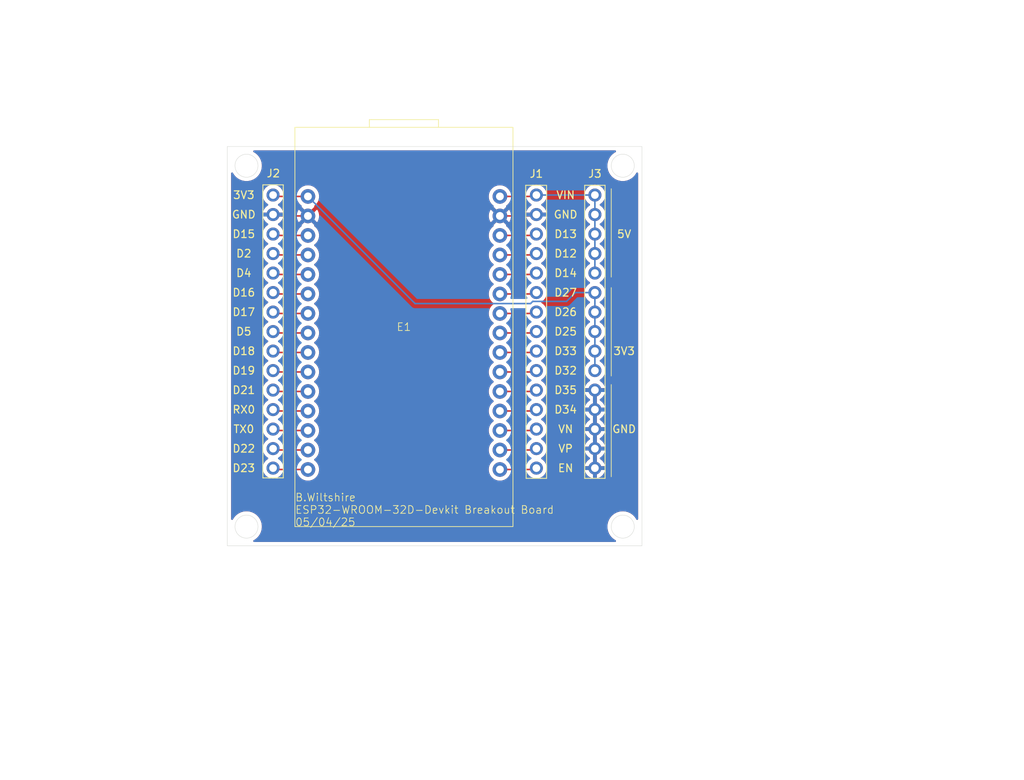
<source format=kicad_pcb>
(kicad_pcb (version 20241229) (generator "pcbnew") (generator_version "9.0")
  (layers (0 "F.Cu" signal) (2 "B.Cu" signal) (13 "F.Paste" user) (15 "B.Paste" user) (5 "F.SilkS" user "F.Silkscreen") (7 "B.SilkS" user "B.Silkscreen") (1 "F.Mask" user) (3 "B.Mask" user) (25 "Edge.Cuts" user))
  (net 0 "")
  (net 1 "Net-(E1-VN)")
  (net 2 "Net-(E1-D22)")
  (net 3 "Net-(E1-D4)")
  (net 4 "Net-(E1-D13)")
  (net 5 "Net-(E1-D14)")
  (net 6 "Net-(E1-D5)")
  (net 7 "Net-(E1-D26)")
  (net 8 "Net-(E1-D18)")
  (net 9 "Net-(E1-TX0)")
  (net 10 "Net-(E1-D35)")
  (net 11 "Net-(E1-RX0)")
  (net 12 "Net-(E1-D17)")
  (net 13 "Net-(E1-D34)")
  (net 14 "Net-(E1-D15)")
  (net 15 "Net-(E1-D21)")
  (net 16 "Net-(E1-D16)")
  (net 17 "Net-(E1-D27)")
  (net 18 "Net-(E1-D32)")
  (net 19 "Net-(E1-D2)")
  (net 20 "Net-(E1-D33)")
  (net 21 "Net-(E1-EN)")
  (net 22 "Net-(E1-D23)")
  (net 23 "Net-(E1-VP)")
  (net 24 "Net-(E1-D12)")
  (net 25 "Net-(E1-D25)")
  (net 26 "Net-(E1-D19)")
  (net 27 "+5V")
  (net 28 "GND")
  (net 29 "+3V3")
  (footprint "Connector_PinSocket_2.54mm:PinSocket_1x15_P2.54mm_Vertical" (layer "F.Cu") (at 166.75 77.82)
    (property "Reference" "J1" (at 0 -2.77 0) (layer "F.SilkS"))
    (property "Value" "Conn_01x15_Socket")
    (fp_line (start -1.39 -1.27) (end -1.33 36.89) (stroke (width 0.12)) (layer "F.SilkS"))
    (fp_line (start -1.39 -1.27) (end 1.27 -1.27) (stroke (width 0.12)) (layer "F.SilkS"))
    (fp_line (start -1.33 36.89) (end 1.33 36.89) (stroke (width 0.12)) (layer "F.SilkS"))
    (fp_line (start 1.33 -1.27) (end 1.33 36.89) (stroke (width 0.12)) (layer "F.SilkS"))
    (pad "1" thru_hole circle (at 0 0) (size 1.7 1.7) (drill 1) (layers "*.Cu" "*.Mask") (net 27 "+5V"))
    (pad "2" thru_hole oval (at 0 2.54) (size 1.7 1.7) (drill 1) (layers "*.Cu" "*.Mask") (net 28 "GND"))
    (pad "3" thru_hole oval (at 0 5.08) (size 1.7 1.7) (drill 1) (layers "*.Cu" "*.Mask") (net 4 "Net-(E1-D13)"))
    (pad "4" thru_hole oval (at 0 7.62) (size 1.7 1.7) (drill 1) (layers "*.Cu" "*.Mask") (net 24 "Net-(E1-D12)"))
    (pad "5" thru_hole oval (at 0 10.16) (size 1.7 1.7) (drill 1) (layers "*.Cu" "*.Mask") (net 5 "Net-(E1-D14)"))
    (pad "6" thru_hole oval (at 0 12.7) (size 1.7 1.7) (drill 1) (layers "*.Cu" "*.Mask") (net 17 "Net-(E1-D27)"))
    (pad "7" thru_hole oval (at 0 15.24) (size 1.7 1.7) (drill 1) (layers "*.Cu" "*.Mask") (net 7 "Net-(E1-D26)"))
    (pad "8" thru_hole oval (at 0 17.78) (size 1.7 1.7) (drill 1) (layers "*.Cu" "*.Mask") (net 25 "Net-(E1-D25)"))
    (pad "9" thru_hole oval (at 0 20.32) (size 1.7 1.7) (drill 1) (layers "*.Cu" "*.Mask") (net 20 "Net-(E1-D33)"))
    (pad "10" thru_hole oval (at 0 22.86) (size 1.7 1.7) (drill 1) (layers "*.Cu" "*.Mask") (net 18 "Net-(E1-D32)"))
    (pad "11" thru_hole oval (at 0 25.4) (size 1.7 1.7) (drill 1) (layers "*.Cu" "*.Mask") (net 10 "Net-(E1-D35)"))
    (pad "12" thru_hole oval (at 0 27.94) (size 1.7 1.7) (drill 1) (layers "*.Cu" "*.Mask") (net 13 "Net-(E1-D34)"))
    (pad "13" thru_hole oval (at 0 30.48) (size 1.7 1.7) (drill 1) (layers "*.Cu" "*.Mask") (net 1 "Net-(E1-VN)"))
    (pad "14" thru_hole oval (at 0 33.02) (size 1.7 1.7) (drill 1) (layers "*.Cu" "*.Mask") (net 23 "Net-(E1-VP)"))
    (pad "15" thru_hole oval (at 0 35.56) (size 1.7 1.7) (drill 1) (layers "*.Cu" "*.Mask") (net 21 "Net-(E1-EN)"))
  )
  (footprint "ESP32-WROOM-32D-Devkit:ESP32-WROOM-32D-Devkit" (layer "F.Cu") (at 135 121)
    (property "Reference" "E1" (at 14.5 -26 0) (layer "F.SilkS") (effects (font (thickness 0.1))))
    (property "Value" "~")
    (fp_line (start 10 -53) (end 10 -52) (stroke (width 0.1)) (layer "F.SilkS"))
    (fp_line (start 19 -53) (end 10 -53) (stroke (width 0.1)) (layer "F.SilkS"))
    (fp_line (start 19 -52) (end 19 -53) (stroke (width 0.1)) (layer "F.SilkS"))
    (fp_rect (start 0.3 -52) (end 28.7 0) (stroke (width 0.1)) (fill no) (layer "F.SilkS"))
    (pad "0" thru_hole circle (at 2 -43) (size 1.905 1.905) (drill 1.02) (layers "*.Cu" "*.Mask") (net 29 "+3V3"))
    (pad "1" thru_hole circle (at 2 -40.46) (size 1.905 1.905) (drill 1.02) (layers "*.Cu" "*.Mask") (net 28 "GND"))
    (pad "2" thru_hole circle (at 2 -37.92) (size 1.905 1.905) (drill 1.02) (layers "*.Cu" "*.Mask") (net 14 "Net-(E1-D15)"))
    (pad "3" thru_hole circle (at 2 -35.38) (size 1.905 1.905) (drill 1.02) (layers "*.Cu" "*.Mask") (net 19 "Net-(E1-D2)"))
    (pad "4" thru_hole circle (at 2 -32.84) (size 1.905 1.905) (drill 1.02) (layers "*.Cu" "*.Mask") (net 3 "Net-(E1-D4)"))
    (pad "5" thru_hole circle (at 2 -30.3) (size 1.905 1.905) (drill 1.02) (layers "*.Cu" "*.Mask") (net 16 "Net-(E1-D16)"))
    (pad "6" thru_hole circle (at 2 -27.76) (size 1.905 1.905) (drill 1.02) (layers "*.Cu" "*.Mask") (net 12 "Net-(E1-D17)"))
    (pad "7" thru_hole circle (at 2 -25.22) (size 1.905 1.905) (drill 1.02) (layers "*.Cu" "*.Mask") (net 6 "Net-(E1-D5)"))
    (pad "8" thru_hole circle (at 2 -22.68) (size 1.905 1.905) (drill 1.02) (layers "*.Cu" "*.Mask") (net 8 "Net-(E1-D18)"))
    (pad "9" thru_hole circle (at 2 -20.14) (size 1.905 1.905) (drill 1.02) (layers "*.Cu" "*.Mask") (net 26 "Net-(E1-D19)"))
    (pad "10" thru_hole circle (at 2 -17.6) (size 1.905 1.905) (drill 1.02) (layers "*.Cu" "*.Mask") (net 15 "Net-(E1-D21)"))
    (pad "11" thru_hole circle (at 2 -15.06) (size 1.905 1.905) (drill 1.02) (layers "*.Cu" "*.Mask") (net 11 "Net-(E1-RX0)"))
    (pad "12" thru_hole circle (at 2 -12.52) (size 1.905 1.905) (drill 1.02) (layers "*.Cu" "*.Mask") (net 9 "Net-(E1-TX0)"))
    (pad "13" thru_hole circle (at 2 -9.98) (size 1.905 1.905) (drill 1.02) (layers "*.Cu" "*.Mask") (net 2 "Net-(E1-D22)"))
    (pad "14" thru_hole circle (at 2 -7.44) (size 1.905 1.905) (drill 1.02) (layers "*.Cu" "*.Mask") (net 22 "Net-(E1-D23)"))
    (pad "15" thru_hole circle (at 27 -43) (size 1.905 1.905) (drill 1.02) (layers "*.Cu" "*.Mask") (net 27 "+5V"))
    (pad "16" thru_hole circle (at 27 -40.46) (size 1.905 1.905) (drill 1.02) (layers "*.Cu" "*.Mask") (net 28 "GND"))
    (pad "17" thru_hole circle (at 27 -37.92) (size 1.905 1.905) (drill 1.02) (layers "*.Cu" "*.Mask") (net 4 "Net-(E1-D13)"))
    (pad "18" thru_hole circle (at 27 -35.38) (size 1.905 1.905) (drill 1.02) (layers "*.Cu" "*.Mask") (net 24 "Net-(E1-D12)"))
    (pad "19" thru_hole circle (at 27 -32.84) (size 1.905 1.905) (drill 1.02) (layers "*.Cu" "*.Mask") (net 5 "Net-(E1-D14)"))
    (pad "20" thru_hole circle (at 27 -30.3) (size 1.905 1.905) (drill 1.02) (layers "*.Cu" "*.Mask") (net 17 "Net-(E1-D27)"))
    (pad "21" thru_hole circle (at 27 -27.76) (size 1.905 1.905) (drill 1.02) (layers "*.Cu" "*.Mask") (net 7 "Net-(E1-D26)"))
    (pad "22" thru_hole circle (at 27 -25.22) (size 1.905 1.905) (drill 1.02) (layers "*.Cu" "*.Mask") (net 25 "Net-(E1-D25)"))
    (pad "23" thru_hole circle (at 27 -22.68) (size 1.905 1.905) (drill 1.02) (layers "*.Cu" "*.Mask") (net 20 "Net-(E1-D33)"))
    (pad "24" thru_hole circle (at 27 -20.14) (size 1.905 1.905) (drill 1.02) (layers "*.Cu" "*.Mask") (net 18 "Net-(E1-D32)"))
    (pad "25" thru_hole circle (at 27 -17.6) (size 1.905 1.905) (drill 1.02) (layers "*.Cu" "*.Mask") (net 10 "Net-(E1-D35)"))
    (pad "26" thru_hole circle (at 27 -15.06) (size 1.905 1.905) (drill 1.02) (layers "*.Cu" "*.Mask") (net 13 "Net-(E1-D34)"))
    (pad "27" thru_hole circle (at 27 -12.52) (size 1.905 1.905) (drill 1.02) (layers "*.Cu" "*.Mask") (net 1 "Net-(E1-VN)"))
    (pad "28" thru_hole circle (at 27 -9.98) (size 1.905 1.905) (drill 1.02) (layers "*.Cu" "*.Mask") (net 23 "Net-(E1-VP)"))
    (pad "29" thru_hole circle (at 27 -7.44) (size 1.905 1.905) (drill 1.02) (layers "*.Cu" "*.Mask") (net 21 "Net-(E1-EN)"))
  )
  (footprint "Connector_PinSocket_2.54mm:PinSocket_1x15_P2.54mm_Vertical" (layer "F.Cu") (at 174.37 77.82)
    (property "Reference" "J3" (at 0 -2.77 0) (layer "F.SilkS"))
    (property "Value" "Conn_01x15_Socket")
    (fp_line (start -1.33 -1.27) (end -1.33 36.89) (stroke (width 0.12)) (layer "F.SilkS"))
    (fp_line (start -1.33 -1.27) (end 1.33 -1.27) (stroke (width 0.12)) (layer "F.SilkS"))
    (fp_line (start -1.33 36.89) (end 1.33 36.89) (stroke (width 0.12)) (layer "F.SilkS"))
    (fp_line (start 1.33 -1.27) (end 1.33 36.89) (stroke (width 0.12)) (layer "F.SilkS"))
    (pad "1" thru_hole circle (at 0 0) (size 1.7 1.7) (drill 1) (layers "*.Cu" "*.Mask") (net 27 "+5V"))
    (pad "2" thru_hole oval (at 0 2.54) (size 1.7 1.7) (drill 1) (layers "*.Cu" "*.Mask") (net 27 "+5V"))
    (pad "3" thru_hole oval (at 0 5.08) (size 1.7 1.7) (drill 1) (layers "*.Cu" "*.Mask") (net 27 "+5V"))
    (pad "4" thru_hole oval (at 0 7.62) (size 1.7 1.7) (drill 1) (layers "*.Cu" "*.Mask") (net 27 "+5V"))
    (pad "5" thru_hole oval (at 0 10.16) (size 1.7 1.7) (drill 1) (layers "*.Cu" "*.Mask") (net 27 "+5V"))
    (pad "6" thru_hole oval (at 0 12.7) (size 1.7 1.7) (drill 1) (layers "*.Cu" "*.Mask") (net 29 "+3V3"))
    (pad "7" thru_hole oval (at 0 15.24) (size 1.7 1.7) (drill 1) (layers "*.Cu" "*.Mask") (net 29 "+3V3"))
    (pad "8" thru_hole oval (at 0 17.78) (size 1.7 1.7) (drill 1) (layers "*.Cu" "*.Mask") (net 29 "+3V3"))
    (pad "9" thru_hole oval (at 0 20.32) (size 1.7 1.7) (drill 1) (layers "*.Cu" "*.Mask") (net 29 "+3V3"))
    (pad "10" thru_hole oval (at 0 22.86) (size 1.7 1.7) (drill 1) (layers "*.Cu" "*.Mask") (net 29 "+3V3"))
    (pad "11" thru_hole oval (at 0 25.4) (size 1.7 1.7) (drill 1) (layers "*.Cu" "*.Mask") (net 28 "GND"))
    (pad "12" thru_hole oval (at 0 27.94) (size 1.7 1.7) (drill 1) (layers "*.Cu" "*.Mask") (net 28 "GND"))
    (pad "13" thru_hole oval (at 0 30.48) (size 1.7 1.7) (drill 1) (layers "*.Cu" "*.Mask") (net 28 "GND"))
    (pad "14" thru_hole oval (at 0 33.02) (size 1.7 1.7) (drill 1) (layers "*.Cu" "*.Mask") (net 28 "GND"))
    (pad "15" thru_hole oval (at 0 35.56) (size 1.7 1.7) (drill 1) (layers "*.Cu" "*.Mask") (net 28 "GND"))
  )
  (footprint "Connector_PinSocket_2.54mm:PinSocket_1x15_P2.54mm_Vertical" (layer "F.Cu") (at 132.46 113.38 180)
    (property "Reference" "J2" (at -0.04 38.38 0) (layer "F.SilkS"))
    (property "Value" "Conn_01x15_Socket")
    (fp_line (start 1.33 -1.27) (end 1.33 36.89) (stroke (width 0.12)) (layer "F.SilkS"))
    (fp_line (start -1.33 36.89) (end 1.33 36.89) (stroke (width 0.12)) (layer "F.SilkS"))
    (fp_line (start -1.33 -1.27) (end 1.33 -1.27) (stroke (width 0.12)) (layer "F.SilkS"))
    (fp_line (start -1.33 -1.27) (end -1.33 36.89) (stroke (width 0.12)) (layer "F.SilkS"))
    (pad "1" thru_hole circle (at 0 0 180) (size 1.7 1.7) (drill 1) (layers "*.Cu" "*.Mask") (net 22 "Net-(E1-D23)"))
    (pad "2" thru_hole oval (at 0 2.54 180) (size 1.7 1.7) (drill 1) (layers "*.Cu" "*.Mask") (net 2 "Net-(E1-D22)"))
    (pad "3" thru_hole oval (at 0 5.08 180) (size 1.7 1.7) (drill 1) (layers "*.Cu" "*.Mask") (net 9 "Net-(E1-TX0)"))
    (pad "4" thru_hole oval (at 0 7.62 180) (size 1.7 1.7) (drill 1) (layers "*.Cu" "*.Mask") (net 11 "Net-(E1-RX0)"))
    (pad "5" thru_hole oval (at 0 10.16 180) (size 1.7 1.7) (drill 1) (layers "*.Cu" "*.Mask") (net 15 "Net-(E1-D21)"))
    (pad "6" thru_hole oval (at 0 12.7 180) (size 1.7 1.7) (drill 1) (layers "*.Cu" "*.Mask") (net 26 "Net-(E1-D19)"))
    (pad "7" thru_hole oval (at 0 15.24 180) (size 1.7 1.7) (drill 1) (layers "*.Cu" "*.Mask") (net 8 "Net-(E1-D18)"))
    (pad "8" thru_hole oval (at 0 17.78 180) (size 1.7 1.7) (drill 1) (layers "*.Cu" "*.Mask") (net 6 "Net-(E1-D5)"))
    (pad "9" thru_hole oval (at 0 20.32 180) (size 1.7 1.7) (drill 1) (layers "*.Cu" "*.Mask") (net 12 "Net-(E1-D17)"))
    (pad "10" thru_hole oval (at 0 22.86 180) (size 1.7 1.7) (drill 1) (layers "*.Cu" "*.Mask") (net 16 "Net-(E1-D16)"))
    (pad "11" thru_hole oval (at 0 25.4 180) (size 1.7 1.7) (drill 1) (layers "*.Cu" "*.Mask") (net 3 "Net-(E1-D4)"))
    (pad "12" thru_hole oval (at 0 27.94 180) (size 1.7 1.7) (drill 1) (layers "*.Cu" "*.Mask") (net 19 "Net-(E1-D2)"))
    (pad "13" thru_hole oval (at 0 30.48 180) (size 1.7 1.7) (drill 1) (layers "*.Cu" "*.Mask") (net 14 "Net-(E1-D15)"))
    (pad "14" thru_hole oval (at 0 33.02 180) (size 1.7 1.7) (drill 1) (layers "*.Cu" "*.Mask") (net 28 "GND"))
    (pad "15" thru_hole oval (at 0 35.56 180) (size 1.7 1.7) (drill 1) (layers "*.Cu" "*.Mask") (net 29 "+3V3"))
  )
  (gr_line (start 176.5 89.88) (end 176.5 101.38) (stroke (width 0.1)) (layer "F.SilkS"))
  (gr_line (start 176.5 102.5) (end 176.5 114.5) (stroke (width 0.1)) (layer "F.SilkS"))
  (gr_line (start 176.5 77) (end 176.5 88.5) (stroke (width 0.1)) (layer "F.SilkS"))
  (gr_circle (center 178 74) (end 179.5 74) (stroke (width 0.05)) (fill no) (layer "Edge.Cuts"))
  (gr_circle (center 129 74) (end 130.5 74) (stroke (width 0.05)) (fill no) (layer "Edge.Cuts"))
  (gr_circle (center 178 121) (end 179.5 121) (stroke (width 0.05)) (fill no) (layer "Edge.Cuts"))
  (gr_rect (start 126.5 71.5) (end 180.5 123.5) (stroke (width 0.05)) (fill no) (layer "Edge.Cuts"))
  (gr_circle (center 129 121) (end 130.5 121) (stroke (width 0.05)) (fill no) (layer "Edge.Cuts"))
  (gr_text "VP" (at 170.56 110.84 0) (layer "F.SilkS") (effects (font (size 1 1))))
  (gr_text "D19" (at 128.65 100.68 0) (layer "F.SilkS") (effects (font (size 1 1))))
  (gr_text "D18" (at 128.65 98.14 0) (layer "F.SilkS") (effects (font (size 1 1))))
  (gr_text "RX0" (at 128.65 105.76 0) (layer "F.SilkS") (effects (font (size 1 1))))
  (gr_text "D17" (at 128.65 93.06 0) (layer "F.SilkS") (effects (font (size 1 1))))
  (gr_text "D22" (at 128.65 110.84 0) (layer "F.SilkS") (effects (font (size 1 1))))
  (gr_text "D33" (at 170.56 98.14 0) (layer "F.SilkS") (effects (font (size 1 1))))
  (gr_text "D35" (at 170.56 103.22 0) (layer "F.SilkS") (effects (font (size 1 1))))
  (gr_text "TX0" (at 128.65 108.3 0) (layer "F.SilkS") (effects (font (size 1 1))))
  (gr_text "D26" (at 170.56 93.06 0) (layer "F.SilkS") (effects (font (size 1 1))))
  (gr_text "D32" (at 170.56 100.68 0) (layer "F.SilkS") (effects (font (size 1 1))))
  (gr_text "VIN" (at 170.56 77.82 0) (layer "F.SilkS") (effects (font (size 1 1))))
  (gr_text "EN" (at 170.56 113.38 0) (layer "F.SilkS") (effects (font (size 1 1))))
  (gr_text "D16" (at 128.65 90.52 0) (layer "F.SilkS") (effects (font (size 1 1))))
  (gr_text "B.Wiltshire\nESP32-WROOM-32D-Devkit Breakout Board\n05/04/25" (at 135.3 121 0) (layer "F.SilkS") (effects (font (size 1 1) (thickness 0.1)) (justify left bottom)))
  (gr_text "D15" (at 128.65 82.9 0) (layer "F.SilkS") (effects (font (size 1 1))))
  (gr_text "D12" (at 170.56 85.44 0) (layer "F.SilkS") (effects (font (size 1 1))))
  (gr_text "D14" (at 170.56 87.98 0) (layer "F.SilkS") (effects (font (size 1 1))))
  (gr_text "D21" (at 128.65 103.22 0) (layer "F.SilkS") (effects (font (size 1 1))))
  (gr_text "GND" (at 170.56 80.36 0) (layer "F.SilkS") (effects (font (size 1 1))))
  (gr_text "3V3" (at 178.18 98.14 0) (layer "F.SilkS") (effects (font (size 1 1))))
  (gr_text "D2" (at 128.65 85.44 0) (layer "F.SilkS") (effects (font (size 1 1))))
  (gr_text "D13" (at 170.56 82.9 0) (layer "F.SilkS") (effects (font (size 1 1))))
  (gr_text "D5" (at 128.65 95.6 0) (layer "F.SilkS") (effects (font (size 1 1))))
  (gr_text "5V" (at 178.18 82.9 0) (layer "F.SilkS") (effects (font (size 1 1))))
  (gr_text "D4" (at 128.65 87.98 0) (layer "F.SilkS") (effects (font (size 1 1))))
  (gr_text "D25" (at 170.56 95.6 0) (layer "F.SilkS") (effects (font (size 1 1))))
  (gr_text "3V3" (at 128.65 77.82 0) (layer "F.SilkS") (effects (font (size 1 1))))
  (gr_text "GND" (at 178.18 108.3 0) (layer "F.SilkS") (effects (font (size 1 1))))
  (gr_text "VN" (at 170.56 108.3 0) (layer "F.SilkS") (effects (font (size 1 1))))
  (gr_text "D23" (at 128.65 113.38 0) (layer "F.SilkS") (effects (font (size 1 1))))
  (gr_text "D27" (at 170.56 90.52 0) (layer "F.SilkS") (effects (font (size 1 1))))
  (gr_text "D34" (at 170.56 105.76 0) (layer "F.SilkS") (effects (font (size 1 1))))
  (gr_text "GND" (at 128.65 80.36 0) (layer "F.SilkS") (effects (font (size 1 1))))
  (segment (start 162 108.48) (end 166.57 108.48) (width 0.2) (layer "F.Cu") (net 1))
  (segment (start 166.57 108.48) (end 166.75 108.3) (width 0.2) (layer "F.Cu") (net 1))
  (segment (start 137 111.02) (end 132.64 111.02) (width 0.2) (layer "F.Cu") (net 2))
  (segment (start 132.64 111.02) (end 132.46 110.84) (width 0.2) (layer "F.Cu") (net 2))
  (segment (start 137 88.16) (end 132.64 88.16) (width 0.2) (layer "F.Cu") (net 3))
  (segment (start 132.64 88.16) (end 132.46 87.98) (width 0.2) (layer "F.Cu") (net 3))
  (segment (start 162 83.08) (end 166.57 83.08) (width 0.2) (layer "F.Cu") (net 4))
  (segment (start 166.57 83.08) (end 166.75 82.9) (width 0.2) (layer "F.Cu") (net 4))
  (segment (start 166.57 88.16) (end 166.75 87.98) (width 0.2) (layer "F.Cu") (net 5))
  (segment (start 162 88.16) (end 166.57 88.16) (width 0.2) (layer "F.Cu") (net 5))
  (segment (start 132.64 95.78) (end 132.46 95.6) (width 0.2) (layer "F.Cu") (net 6))
  (segment (start 137 95.78) (end 132.64 95.78) (width 0.2) (layer "F.Cu") (net 6))
  (segment (start 166.57 93.24) (end 166.75 93.06) (width 0.2) (layer "F.Cu") (net 7))
  (segment (start 162 93.24) (end 166.57 93.24) (width 0.2) (layer "F.Cu") (net 7))
  (segment (start 132.64 98.32) (end 132.46 98.14) (width 0.2) (layer "F.Cu") (net 8))
  (segment (start 137 98.32) (end 132.64 98.32) (width 0.2) (layer "F.Cu") (net 8))
  (segment (start 137 108.48) (end 132.64 108.48) (width 0.2) (layer "F.Cu") (net 9))
  (segment (start 132.64 108.48) (end 132.46 108.3) (width 0.2) (layer "F.Cu") (net 9))
  (segment (start 166.57 103.4) (end 166.75 103.22) (width 0.2) (layer "F.Cu") (net 10))
  (segment (start 162 103.4) (end 166.57 103.4) (width 0.2) (layer "F.Cu") (net 10))
  (segment (start 132.64 105.94) (end 132.46 105.76) (width 0.2) (layer "F.Cu") (net 11))
  (segment (start 137 105.94) (end 132.64 105.94) (width 0.2) (layer "F.Cu") (net 11))
  (segment (start 132.64 93.24) (end 132.46 93.06) (width 0.2) (layer "F.Cu") (net 12))
  (segment (start 137 93.24) (end 132.64 93.24) (width 0.2) (layer "F.Cu") (net 12))
  (segment (start 162 105.94) (end 166.57 105.94) (width 0.2) (layer "F.Cu") (net 13))
  (segment (start 166.57 105.94) (end 166.75 105.76) (width 0.2) (layer "F.Cu") (net 13))
  (segment (start 132.64 83.08) (end 132.46 82.9) (width 0.2) (layer "F.Cu") (net 14))
  (segment (start 137 83.08) (end 132.64 83.08) (width 0.2) (layer "F.Cu") (net 14))
  (segment (start 137 103.4) (end 132.64 103.4) (width 0.2) (layer "F.Cu") (net 15))
  (segment (start 132.64 103.4) (end 132.46 103.22) (width 0.2) (layer "F.Cu") (net 15))
  (segment (start 137 90.7) (end 132.64 90.7) (width 0.2) (layer "F.Cu") (net 16))
  (segment (start 132.64 90.7) (end 132.46 90.52) (width 0.2) (layer "F.Cu") (net 16))
  (segment (start 162 90.7) (end 166.57 90.7) (width 0.2) (layer "F.Cu") (net 17))
  (segment (start 166.57 90.7) (end 166.75 90.52) (width 0.2) (layer "F.Cu") (net 17))
  (segment (start 162 100.86) (end 166.57 100.86) (width 0.2) (layer "F.Cu") (net 18))
  (segment (start 166.57 100.86) (end 166.75 100.68) (width 0.2) (layer "F.Cu") (net 18))
  (segment (start 137 85.62) (end 132.64 85.62) (width 0.2) (layer "F.Cu") (net 19))
  (segment (start 132.64 85.62) (end 132.46 85.44) (width 0.2) (layer "F.Cu") (net 19))
  (segment (start 162 98.32) (end 166.57 98.32) (width 0.2) (layer "F.Cu") (net 20))
  (segment (start 166.57 98.32) (end 166.75 98.14) (width 0.2) (layer "F.Cu") (net 20))
  (segment (start 166.57 113.56) (end 166.75 113.38) (width 0.2) (layer "F.Cu") (net 21))
  (segment (start 162 113.56) (end 166.57 113.56) (width 0.2) (layer "F.Cu") (net 21))
  (segment (start 132.64 113.56) (end 132.46 113.38) (width 0.2) (layer "F.Cu") (net 22))
  (segment (start 137 113.56) (end 132.64 113.56) (width 0.2) (layer "F.Cu") (net 22))
  (segment (start 162 111.02) (end 166.57 111.02) (width 0.2) (layer "F.Cu") (net 23))
  (segment (start 166.57 111.02) (end 166.75 110.84) (width 0.2) (layer "F.Cu") (net 23))
  (segment (start 166.57 85.62) (end 166.75 85.44) (width 0.2) (layer "F.Cu") (net 24))
  (segment (start 162 85.62) (end 166.57 85.62) (width 0.2) (layer "F.Cu") (net 24))
  (segment (start 166.57 95.78) (end 166.75 95.6) (width 0.2) (layer "F.Cu") (net 25))
  (segment (start 162 95.78) (end 166.57 95.78) (width 0.2) (layer "F.Cu") (net 25))
  (segment (start 137 100.86) (end 132.64 100.86) (width 0.2) (layer "F.Cu") (net 26))
  (segment (start 132.64 100.86) (end 132.46 100.68) (width 0.2) (layer "F.Cu") (net 26))
  (segment (start 166.57 78) (end 166.75 77.82) (width 0.2) (layer "F.Cu") (net 27))
  (segment (start 162 78) (end 166.57 78) (width 0.2) (layer "F.Cu") (net 27))
  (segment (start 166.75 77.82) (end 174.37 77.82) (width 0.2) (layer "B.Cu") (net 27))
  (segment (start 174.37 77.82) (end 174.37 87.98) (width 0.2) (layer "B.Cu") (net 27))
  (segment (start 162 80.54) (end 166.57 80.54) (width 0.2) (layer "F.Cu") (net 28))
  (segment (start 137 80.54) (end 132.64 80.54) (width 0.2) (layer "F.Cu") (net 28))
  (segment (start 132.64 80.54) (end 132.46 80.36) (width 0.2) (layer "F.Cu") (net 28))
  (segment (start 166.57 80.54) (end 166.75 80.36) (width 0.2) (layer "F.Cu") (net 28))
  (segment (start 137 78) (end 132.64 78) (width 0.2) (layer "F.Cu") (net 29))
  (segment (start 132.64 78) (end 132.46 77.82) (width 0.2) (layer "F.Cu") (net 29))
  (segment (start 174.37 90.52) (end 174.37 100.68) (width 0.2) (layer "B.Cu") (net 29))
  (segment (start 171.83 90.52) (end 170.679 91.671) (width 0.2) (layer "B.Cu") (net 29))
  (segment (start 170.679 91.671) (end 166.27324 91.671) (width 0.2) (layer "B.Cu") (net 29))
  (segment (start 166.27324 91.671) (end 165.99074 91.9535) (width 0.2) (layer "B.Cu") (net 29))
  (segment (start 174.37 90.52) (end 171.83 90.52) (width 0.2) (layer "B.Cu") (net 29))
  (segment (start 150.9535 91.9535) (end 137 78) (width 0.2) (layer "B.Cu") (net 29))
  (segment (start 165.99074 91.9535) (end 150.9535 91.9535) (width 0.2) (layer "B.Cu") (net 29))
  (zone (net 28) (net_name "GND") (layers "F.Cu" "B.Cu") (connect_pads (clearance 0.5)) (min_thickness 0.25) (fill yes (thermal_gap 0.5) (thermal_bridge_width 0.5))
    (polygon (pts (xy 96.9 52.42) (xy 215.01 52.42) (xy 230.25 154.02) (xy 96.9 147.67)))
  )
)
</source>
